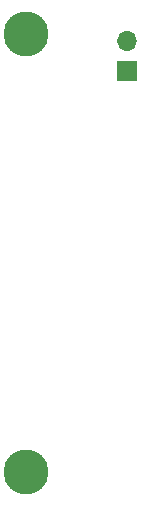
<source format=gbr>
%TF.GenerationSoftware,KiCad,Pcbnew,8.0.2*%
%TF.CreationDate,2024-06-01T22:35:26-05:00*%
%TF.ProjectId,VIK-Solenoid,56494b2d-536f-46c6-956e-6f69642e6b69,rev?*%
%TF.SameCoordinates,Original*%
%TF.FileFunction,Copper,L1,Top*%
%TF.FilePolarity,Positive*%
%FSLAX46Y46*%
G04 Gerber Fmt 4.6, Leading zero omitted, Abs format (unit mm)*
G04 Created by KiCad (PCBNEW 8.0.2) date 2024-06-01 22:35:26*
%MOMM*%
%LPD*%
G01*
G04 APERTURE LIST*
%TA.AperFunction,ComponentPad*%
%ADD10R,1.700000X1.700000*%
%TD*%
%TA.AperFunction,ComponentPad*%
%ADD11O,1.700000X1.700000*%
%TD*%
%TA.AperFunction,ComponentPad*%
%ADD12C,3.800000*%
%TD*%
G04 APERTURE END LIST*
D10*
%TO.P,J1,1,Pin_1*%
%TO.N,Net-(D1-A)*%
X200650000Y-71985000D03*
D11*
%TO.P,J1,2,Pin_2*%
%TO.N,+5V*%
X200650000Y-69445000D03*
%TD*%
D12*
%TO.P,REF\u002A\u002A,1*%
%TO.N,N/C*%
X192050000Y-68890000D03*
X192050000Y-105890000D03*
%TD*%
M02*

</source>
